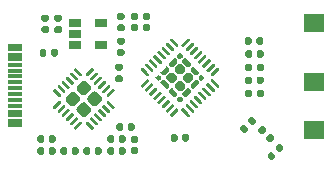
<source format=gbr>
%TF.GenerationSoftware,KiCad,Pcbnew,(5.1.6)-1*%
%TF.CreationDate,2020-09-21T22:35:42+08:00*%
%TF.ProjectId,Tiny-Hi3861,54696e79-2d48-4693-9338-36312e6b6963,V1.0*%
%TF.SameCoordinates,Original*%
%TF.FileFunction,Paste,Top*%
%TF.FilePolarity,Positive*%
%FSLAX46Y46*%
G04 Gerber Fmt 4.6, Leading zero omitted, Abs format (unit mm)*
G04 Created by KiCad (PCBNEW (5.1.6)-1) date 2020-09-21 22:35:42*
%MOMM*%
%LPD*%
G01*
G04 APERTURE LIST*
%ADD10C,0.100000*%
%ADD11R,1.798320X1.498600*%
%ADD12R,1.060000X0.650000*%
%ADD13R,1.150000X0.300000*%
G04 APERTURE END LIST*
D10*
%TO.C,U1*%
G36*
X175551052Y-97958466D02*
G01*
X175540808Y-97939301D01*
X175534500Y-97918505D01*
X175532370Y-97896878D01*
X175534500Y-97875251D01*
X175540808Y-97854455D01*
X175551052Y-97835290D01*
X175564839Y-97818491D01*
X175721613Y-97661717D01*
X175738412Y-97647930D01*
X175757577Y-97637686D01*
X175778373Y-97631378D01*
X175800000Y-97629248D01*
X175821627Y-97631378D01*
X175842423Y-97637686D01*
X175861588Y-97647930D01*
X175878387Y-97661717D01*
X176035161Y-97818491D01*
X176048948Y-97835290D01*
X176059192Y-97854455D01*
X176065500Y-97875251D01*
X176067630Y-97896878D01*
X176065500Y-97918505D01*
X176059192Y-97939301D01*
X176048948Y-97958466D01*
X176035161Y-97975265D01*
X175957109Y-98053318D01*
X175940310Y-98067104D01*
X175921144Y-98077349D01*
X175900348Y-98083656D01*
X175878721Y-98085787D01*
X175721279Y-98085787D01*
X175699652Y-98083656D01*
X175678856Y-98077349D01*
X175659690Y-98067104D01*
X175642891Y-98053318D01*
X175564839Y-97975265D01*
X175551052Y-97958466D01*
G37*
G36*
X173747930Y-99761588D02*
G01*
X173737686Y-99742423D01*
X173731378Y-99721627D01*
X173729248Y-99700000D01*
X173731378Y-99678373D01*
X173737686Y-99657577D01*
X173747930Y-99638412D01*
X173761717Y-99621613D01*
X173918491Y-99464839D01*
X173935290Y-99451052D01*
X173954455Y-99440808D01*
X173975251Y-99434500D01*
X173996878Y-99432370D01*
X174018505Y-99434500D01*
X174039301Y-99440808D01*
X174058466Y-99451052D01*
X174075265Y-99464839D01*
X174153318Y-99542891D01*
X174167104Y-99559690D01*
X174177349Y-99578856D01*
X174183656Y-99599652D01*
X174185787Y-99621279D01*
X174185787Y-99778721D01*
X174183656Y-99800348D01*
X174177349Y-99821144D01*
X174167104Y-99840310D01*
X174153318Y-99857109D01*
X174075265Y-99935161D01*
X174058466Y-99948948D01*
X174039301Y-99959192D01*
X174018505Y-99965500D01*
X173996878Y-99967630D01*
X173975251Y-99965500D01*
X173954455Y-99959192D01*
X173935290Y-99948948D01*
X173918491Y-99935161D01*
X173761717Y-99778387D01*
X173747930Y-99761588D01*
G37*
G36*
X177432896Y-99840310D02*
G01*
X177422651Y-99821144D01*
X177416344Y-99800348D01*
X177414213Y-99778721D01*
X177414213Y-99621279D01*
X177416344Y-99599652D01*
X177422651Y-99578856D01*
X177432896Y-99559690D01*
X177446682Y-99542891D01*
X177524735Y-99464839D01*
X177541534Y-99451052D01*
X177560699Y-99440808D01*
X177581495Y-99434500D01*
X177603122Y-99432370D01*
X177624749Y-99434500D01*
X177645545Y-99440808D01*
X177664710Y-99451052D01*
X177681509Y-99464839D01*
X177838283Y-99621613D01*
X177852070Y-99638412D01*
X177862314Y-99657577D01*
X177868622Y-99678373D01*
X177870752Y-99700000D01*
X177868622Y-99721627D01*
X177862314Y-99742423D01*
X177852070Y-99761588D01*
X177838283Y-99778387D01*
X177681509Y-99935161D01*
X177664710Y-99948948D01*
X177645545Y-99959192D01*
X177624749Y-99965500D01*
X177603122Y-99967630D01*
X177581495Y-99965500D01*
X177560699Y-99959192D01*
X177541534Y-99948948D01*
X177524735Y-99935161D01*
X177446682Y-99857109D01*
X177432896Y-99840310D01*
G37*
G36*
X175551052Y-101564710D02*
G01*
X175540808Y-101545545D01*
X175534500Y-101524749D01*
X175532370Y-101503122D01*
X175534500Y-101481495D01*
X175540808Y-101460699D01*
X175551052Y-101441534D01*
X175564839Y-101424735D01*
X175642891Y-101346682D01*
X175659690Y-101332896D01*
X175678856Y-101322651D01*
X175699652Y-101316344D01*
X175721279Y-101314213D01*
X175878721Y-101314213D01*
X175900348Y-101316344D01*
X175921144Y-101322651D01*
X175940310Y-101332896D01*
X175957109Y-101346682D01*
X176035161Y-101424735D01*
X176048948Y-101441534D01*
X176059192Y-101460699D01*
X176065500Y-101481495D01*
X176067630Y-101503122D01*
X176065500Y-101524749D01*
X176059192Y-101545545D01*
X176048948Y-101564710D01*
X176035161Y-101581509D01*
X175878387Y-101738283D01*
X175861588Y-101752070D01*
X175842423Y-101762314D01*
X175821627Y-101768622D01*
X175800000Y-101770752D01*
X175778373Y-101768622D01*
X175757577Y-101762314D01*
X175738412Y-101752070D01*
X175721613Y-101738283D01*
X175564839Y-101581509D01*
X175551052Y-101564710D01*
G37*
G36*
X176015811Y-98423686D02*
G01*
X176007141Y-98407467D01*
X176001803Y-98389869D01*
X176000000Y-98371568D01*
X176000000Y-98261662D01*
X176001803Y-98243361D01*
X176007141Y-98225763D01*
X176015811Y-98209544D01*
X176027476Y-98195329D01*
X176153404Y-98069401D01*
X176167620Y-98057735D01*
X176183839Y-98049065D01*
X176201437Y-98043727D01*
X176219738Y-98041924D01*
X176238039Y-98043727D01*
X176255637Y-98049065D01*
X176271856Y-98057735D01*
X176286072Y-98069401D01*
X176723492Y-98506821D01*
X176735158Y-98521037D01*
X176743828Y-98537256D01*
X176749166Y-98554854D01*
X176750969Y-98573155D01*
X176749166Y-98591456D01*
X176743828Y-98609054D01*
X176735158Y-98625273D01*
X176723492Y-98639489D01*
X176597564Y-98765417D01*
X176583349Y-98777082D01*
X176567130Y-98785752D01*
X176549532Y-98791090D01*
X176531231Y-98792893D01*
X176421325Y-98792893D01*
X176403024Y-98791090D01*
X176385426Y-98785752D01*
X176369207Y-98777082D01*
X176354991Y-98765417D01*
X176027476Y-98437902D01*
X176015811Y-98423686D01*
G37*
G36*
X176722918Y-99130793D02*
G01*
X176714248Y-99114574D01*
X176708910Y-99096976D01*
X176707107Y-99078675D01*
X176707107Y-98968769D01*
X176708910Y-98950468D01*
X176714248Y-98932870D01*
X176722918Y-98916651D01*
X176734583Y-98902436D01*
X176860511Y-98776508D01*
X176874727Y-98764842D01*
X176890946Y-98756172D01*
X176908544Y-98750834D01*
X176926845Y-98749031D01*
X176945146Y-98750834D01*
X176962744Y-98756172D01*
X176978963Y-98764842D01*
X176993179Y-98776508D01*
X177430599Y-99213928D01*
X177442265Y-99228144D01*
X177450935Y-99244363D01*
X177456273Y-99261961D01*
X177458076Y-99280262D01*
X177456273Y-99298563D01*
X177450935Y-99316161D01*
X177442265Y-99332380D01*
X177430599Y-99346596D01*
X177304671Y-99472524D01*
X177290456Y-99484189D01*
X177274237Y-99492859D01*
X177256639Y-99498197D01*
X177238338Y-99500000D01*
X177128432Y-99500000D01*
X177110131Y-99498197D01*
X177092533Y-99492859D01*
X177076314Y-99484189D01*
X177062098Y-99472524D01*
X176734583Y-99145009D01*
X176722918Y-99130793D01*
G37*
G36*
X174157735Y-100171856D02*
G01*
X174149065Y-100155637D01*
X174143727Y-100138039D01*
X174141924Y-100119738D01*
X174143727Y-100101437D01*
X174149065Y-100083839D01*
X174157735Y-100067620D01*
X174169401Y-100053404D01*
X174295329Y-99927476D01*
X174309544Y-99915811D01*
X174325763Y-99907141D01*
X174343361Y-99901803D01*
X174361662Y-99900000D01*
X174471568Y-99900000D01*
X174489869Y-99901803D01*
X174507467Y-99907141D01*
X174523686Y-99915811D01*
X174537902Y-99927476D01*
X174865417Y-100254991D01*
X174877082Y-100269207D01*
X174885752Y-100285426D01*
X174891090Y-100303024D01*
X174892893Y-100321325D01*
X174892893Y-100431231D01*
X174891090Y-100449532D01*
X174885752Y-100467130D01*
X174877082Y-100483349D01*
X174865417Y-100497564D01*
X174739489Y-100623492D01*
X174725273Y-100635158D01*
X174709054Y-100643828D01*
X174691456Y-100649166D01*
X174673155Y-100650969D01*
X174654854Y-100649166D01*
X174637256Y-100643828D01*
X174621037Y-100635158D01*
X174606821Y-100623492D01*
X174169401Y-100186072D01*
X174157735Y-100171856D01*
G37*
G36*
X174864842Y-100878963D02*
G01*
X174856172Y-100862744D01*
X174850834Y-100845146D01*
X174849031Y-100826845D01*
X174850834Y-100808544D01*
X174856172Y-100790946D01*
X174864842Y-100774727D01*
X174876508Y-100760511D01*
X175002436Y-100634583D01*
X175016651Y-100622918D01*
X175032870Y-100614248D01*
X175050468Y-100608910D01*
X175068769Y-100607107D01*
X175178675Y-100607107D01*
X175196976Y-100608910D01*
X175214574Y-100614248D01*
X175230793Y-100622918D01*
X175245009Y-100634583D01*
X175572524Y-100962098D01*
X175584189Y-100976314D01*
X175592859Y-100992533D01*
X175598197Y-101010131D01*
X175600000Y-101028432D01*
X175600000Y-101138338D01*
X175598197Y-101156639D01*
X175592859Y-101174237D01*
X175584189Y-101190456D01*
X175572524Y-101204671D01*
X175446596Y-101330599D01*
X175432380Y-101342265D01*
X175416161Y-101350935D01*
X175398563Y-101356273D01*
X175380262Y-101358076D01*
X175361961Y-101356273D01*
X175344363Y-101350935D01*
X175328144Y-101342265D01*
X175313928Y-101330599D01*
X174876508Y-100893179D01*
X174864842Y-100878963D01*
G37*
G36*
X174864842Y-98625273D02*
G01*
X174856172Y-98609054D01*
X174850834Y-98591456D01*
X174849031Y-98573155D01*
X174850834Y-98554854D01*
X174856172Y-98537256D01*
X174864842Y-98521037D01*
X174876508Y-98506821D01*
X175313928Y-98069401D01*
X175328144Y-98057735D01*
X175344363Y-98049065D01*
X175361961Y-98043727D01*
X175380262Y-98041924D01*
X175398563Y-98043727D01*
X175416161Y-98049065D01*
X175432380Y-98057735D01*
X175446596Y-98069401D01*
X175572524Y-98195329D01*
X175584189Y-98209544D01*
X175592859Y-98225763D01*
X175598197Y-98243361D01*
X175600000Y-98261662D01*
X175600000Y-98371568D01*
X175598197Y-98389869D01*
X175592859Y-98407467D01*
X175584189Y-98423686D01*
X175572524Y-98437902D01*
X175245009Y-98765417D01*
X175230793Y-98777082D01*
X175214574Y-98785752D01*
X175196976Y-98791090D01*
X175178675Y-98792893D01*
X175068769Y-98792893D01*
X175050468Y-98791090D01*
X175032870Y-98785752D01*
X175016651Y-98777082D01*
X175002436Y-98765417D01*
X174876508Y-98639489D01*
X174864842Y-98625273D01*
G37*
G36*
X174157735Y-99332380D02*
G01*
X174149065Y-99316161D01*
X174143727Y-99298563D01*
X174141924Y-99280262D01*
X174143727Y-99261961D01*
X174149065Y-99244363D01*
X174157735Y-99228144D01*
X174169401Y-99213928D01*
X174606821Y-98776508D01*
X174621037Y-98764842D01*
X174637256Y-98756172D01*
X174654854Y-98750834D01*
X174673155Y-98749031D01*
X174691456Y-98750834D01*
X174709054Y-98756172D01*
X174725273Y-98764842D01*
X174739489Y-98776508D01*
X174865417Y-98902436D01*
X174877082Y-98916651D01*
X174885752Y-98932870D01*
X174891090Y-98950468D01*
X174892893Y-98968769D01*
X174892893Y-99078675D01*
X174891090Y-99096976D01*
X174885752Y-99114574D01*
X174877082Y-99130793D01*
X174865417Y-99145009D01*
X174537902Y-99472524D01*
X174523686Y-99484189D01*
X174507467Y-99492859D01*
X174489869Y-99498197D01*
X174471568Y-99500000D01*
X174361662Y-99500000D01*
X174343361Y-99498197D01*
X174325763Y-99492859D01*
X174309544Y-99484189D01*
X174295329Y-99472524D01*
X174169401Y-99346596D01*
X174157735Y-99332380D01*
G37*
G36*
X176722918Y-100483349D02*
G01*
X176714248Y-100467130D01*
X176708910Y-100449532D01*
X176707107Y-100431231D01*
X176707107Y-100321325D01*
X176708910Y-100303024D01*
X176714248Y-100285426D01*
X176722918Y-100269207D01*
X176734583Y-100254991D01*
X177062098Y-99927476D01*
X177076314Y-99915811D01*
X177092533Y-99907141D01*
X177110131Y-99901803D01*
X177128432Y-99900000D01*
X177238338Y-99900000D01*
X177256639Y-99901803D01*
X177274237Y-99907141D01*
X177290456Y-99915811D01*
X177304671Y-99927476D01*
X177430599Y-100053404D01*
X177442265Y-100067620D01*
X177450935Y-100083839D01*
X177456273Y-100101437D01*
X177458076Y-100119738D01*
X177456273Y-100138039D01*
X177450935Y-100155637D01*
X177442265Y-100171856D01*
X177430599Y-100186072D01*
X176993179Y-100623492D01*
X176978963Y-100635158D01*
X176962744Y-100643828D01*
X176945146Y-100649166D01*
X176926845Y-100650969D01*
X176908544Y-100649166D01*
X176890946Y-100643828D01*
X176874727Y-100635158D01*
X176860511Y-100623492D01*
X176734583Y-100497564D01*
X176722918Y-100483349D01*
G37*
G36*
X176015811Y-101190456D02*
G01*
X176007141Y-101174237D01*
X176001803Y-101156639D01*
X176000000Y-101138338D01*
X176000000Y-101028432D01*
X176001803Y-101010131D01*
X176007141Y-100992533D01*
X176015811Y-100976314D01*
X176027476Y-100962098D01*
X176354991Y-100634583D01*
X176369207Y-100622918D01*
X176385426Y-100614248D01*
X176403024Y-100608910D01*
X176421325Y-100607107D01*
X176531231Y-100607107D01*
X176549532Y-100608910D01*
X176567130Y-100614248D01*
X176583349Y-100622918D01*
X176597564Y-100634583D01*
X176723492Y-100760511D01*
X176735158Y-100774727D01*
X176743828Y-100790946D01*
X176749166Y-100808544D01*
X176750969Y-100826845D01*
X176749166Y-100845146D01*
X176743828Y-100862744D01*
X176735158Y-100878963D01*
X176723492Y-100893179D01*
X176286072Y-101330599D01*
X176271856Y-101342265D01*
X176255637Y-101350935D01*
X176238039Y-101356273D01*
X176219738Y-101358076D01*
X176201437Y-101356273D01*
X176183839Y-101350935D01*
X176167620Y-101342265D01*
X176153404Y-101330599D01*
X176027476Y-101204671D01*
X176015811Y-101190456D01*
G37*
G36*
G01*
X176227566Y-99135415D02*
X175942522Y-99420460D01*
G75*
G02*
X175657478Y-99420460I-142522J142522D01*
G01*
X175372433Y-99135415D01*
G75*
G02*
X175372433Y-98850371I142522J142522D01*
G01*
X175657478Y-98565326D01*
G75*
G02*
X175942522Y-98565326I142522J-142522D01*
G01*
X176227567Y-98850371D01*
G75*
G02*
X176227567Y-99135415I-142522J-142522D01*
G01*
G37*
G36*
G01*
X175520459Y-99842522D02*
X175235415Y-100127567D01*
G75*
G02*
X174950371Y-100127567I-142522J142522D01*
G01*
X174665326Y-99842522D01*
G75*
G02*
X174665326Y-99557478I142522J142522D01*
G01*
X174950371Y-99272433D01*
G75*
G02*
X175235415Y-99272433I142522J-142522D01*
G01*
X175520460Y-99557478D01*
G75*
G02*
X175520460Y-99842522I-142522J-142522D01*
G01*
G37*
G36*
G01*
X176934673Y-99842522D02*
X176649629Y-100127567D01*
G75*
G02*
X176364585Y-100127567I-142522J142522D01*
G01*
X176079540Y-99842522D01*
G75*
G02*
X176079540Y-99557478I142522J142522D01*
G01*
X176364585Y-99272433D01*
G75*
G02*
X176649629Y-99272433I142522J-142522D01*
G01*
X176934674Y-99557478D01*
G75*
G02*
X176934674Y-99842522I-142522J-142522D01*
G01*
G37*
G36*
G01*
X176227566Y-100549629D02*
X175942522Y-100834674D01*
G75*
G02*
X175657478Y-100834674I-142522J142522D01*
G01*
X175372433Y-100549629D01*
G75*
G02*
X175372433Y-100264585I142522J142522D01*
G01*
X175657478Y-99979540D01*
G75*
G02*
X175942522Y-99979540I142522J-142522D01*
G01*
X176227567Y-100264585D01*
G75*
G02*
X176227567Y-100549629I-142522J-142522D01*
G01*
G37*
G36*
G01*
X175667417Y-102484233D02*
X175137087Y-103014563D01*
G75*
G02*
X175048699Y-103014563I-44194J44194D01*
G01*
X174960311Y-102926175D01*
G75*
G02*
X174960311Y-102837787I44194J44194D01*
G01*
X175490641Y-102307457D01*
G75*
G02*
X175579029Y-102307457I44194J-44194D01*
G01*
X175667417Y-102395845D01*
G75*
G02*
X175667417Y-102484233I-44194J-44194D01*
G01*
G37*
G36*
G01*
X175313864Y-102130679D02*
X174783534Y-102661009D01*
G75*
G02*
X174695146Y-102661009I-44194J44194D01*
G01*
X174606758Y-102572621D01*
G75*
G02*
X174606758Y-102484233I44194J44194D01*
G01*
X175137088Y-101953903D01*
G75*
G02*
X175225476Y-101953903I44194J-44194D01*
G01*
X175313864Y-102042291D01*
G75*
G02*
X175313864Y-102130679I-44194J-44194D01*
G01*
G37*
G36*
G01*
X174960310Y-101777126D02*
X174429980Y-102307456D01*
G75*
G02*
X174341592Y-102307456I-44194J44194D01*
G01*
X174253204Y-102219068D01*
G75*
G02*
X174253204Y-102130680I44194J44194D01*
G01*
X174783534Y-101600350D01*
G75*
G02*
X174871922Y-101600350I44194J-44194D01*
G01*
X174960310Y-101688738D01*
G75*
G02*
X174960310Y-101777126I-44194J-44194D01*
G01*
G37*
G36*
G01*
X174606757Y-101423572D02*
X174076427Y-101953902D01*
G75*
G02*
X173988039Y-101953902I-44194J44194D01*
G01*
X173899651Y-101865514D01*
G75*
G02*
X173899651Y-101777126I44194J44194D01*
G01*
X174429981Y-101246796D01*
G75*
G02*
X174518369Y-101246796I44194J-44194D01*
G01*
X174606757Y-101335184D01*
G75*
G02*
X174606757Y-101423572I-44194J-44194D01*
G01*
G37*
G36*
G01*
X174253204Y-101070019D02*
X173722874Y-101600349D01*
G75*
G02*
X173634486Y-101600349I-44194J44194D01*
G01*
X173546098Y-101511961D01*
G75*
G02*
X173546098Y-101423573I44194J44194D01*
G01*
X174076428Y-100893243D01*
G75*
G02*
X174164816Y-100893243I44194J-44194D01*
G01*
X174253204Y-100981631D01*
G75*
G02*
X174253204Y-101070019I-44194J-44194D01*
G01*
G37*
G36*
G01*
X173899650Y-100716466D02*
X173369320Y-101246796D01*
G75*
G02*
X173280932Y-101246796I-44194J44194D01*
G01*
X173192544Y-101158408D01*
G75*
G02*
X173192544Y-101070020I44194J44194D01*
G01*
X173722874Y-100539690D01*
G75*
G02*
X173811262Y-100539690I44194J-44194D01*
G01*
X173899650Y-100628078D01*
G75*
G02*
X173899650Y-100716466I-44194J-44194D01*
G01*
G37*
G36*
G01*
X173546097Y-100362912D02*
X173015767Y-100893242D01*
G75*
G02*
X172927379Y-100893242I-44194J44194D01*
G01*
X172838991Y-100804854D01*
G75*
G02*
X172838991Y-100716466I44194J44194D01*
G01*
X173369321Y-100186136D01*
G75*
G02*
X173457709Y-100186136I44194J-44194D01*
G01*
X173546097Y-100274524D01*
G75*
G02*
X173546097Y-100362912I-44194J-44194D01*
G01*
G37*
G36*
G01*
X173192543Y-100009359D02*
X172662213Y-100539689D01*
G75*
G02*
X172573825Y-100539689I-44194J44194D01*
G01*
X172485437Y-100451301D01*
G75*
G02*
X172485437Y-100362913I44194J44194D01*
G01*
X173015767Y-99832583D01*
G75*
G02*
X173104155Y-99832583I44194J-44194D01*
G01*
X173192543Y-99920971D01*
G75*
G02*
X173192543Y-100009359I-44194J-44194D01*
G01*
G37*
G36*
G01*
X173192543Y-99479029D02*
X173104155Y-99567417D01*
G75*
G02*
X173015767Y-99567417I-44194J44194D01*
G01*
X172485437Y-99037087D01*
G75*
G02*
X172485437Y-98948699I44194J44194D01*
G01*
X172573825Y-98860311D01*
G75*
G02*
X172662213Y-98860311I44194J-44194D01*
G01*
X173192543Y-99390641D01*
G75*
G02*
X173192543Y-99479029I-44194J-44194D01*
G01*
G37*
G36*
G01*
X173546097Y-99125476D02*
X173457709Y-99213864D01*
G75*
G02*
X173369321Y-99213864I-44194J44194D01*
G01*
X172838991Y-98683534D01*
G75*
G02*
X172838991Y-98595146I44194J44194D01*
G01*
X172927379Y-98506758D01*
G75*
G02*
X173015767Y-98506758I44194J-44194D01*
G01*
X173546097Y-99037088D01*
G75*
G02*
X173546097Y-99125476I-44194J-44194D01*
G01*
G37*
G36*
G01*
X173899650Y-98771922D02*
X173811262Y-98860310D01*
G75*
G02*
X173722874Y-98860310I-44194J44194D01*
G01*
X173192544Y-98329980D01*
G75*
G02*
X173192544Y-98241592I44194J44194D01*
G01*
X173280932Y-98153204D01*
G75*
G02*
X173369320Y-98153204I44194J-44194D01*
G01*
X173899650Y-98683534D01*
G75*
G02*
X173899650Y-98771922I-44194J-44194D01*
G01*
G37*
G36*
G01*
X174253204Y-98418369D02*
X174164816Y-98506757D01*
G75*
G02*
X174076428Y-98506757I-44194J44194D01*
G01*
X173546098Y-97976427D01*
G75*
G02*
X173546098Y-97888039I44194J44194D01*
G01*
X173634486Y-97799651D01*
G75*
G02*
X173722874Y-97799651I44194J-44194D01*
G01*
X174253204Y-98329981D01*
G75*
G02*
X174253204Y-98418369I-44194J-44194D01*
G01*
G37*
G36*
G01*
X174606757Y-98064816D02*
X174518369Y-98153204D01*
G75*
G02*
X174429981Y-98153204I-44194J44194D01*
G01*
X173899651Y-97622874D01*
G75*
G02*
X173899651Y-97534486I44194J44194D01*
G01*
X173988039Y-97446098D01*
G75*
G02*
X174076427Y-97446098I44194J-44194D01*
G01*
X174606757Y-97976428D01*
G75*
G02*
X174606757Y-98064816I-44194J-44194D01*
G01*
G37*
G36*
G01*
X174960310Y-97711262D02*
X174871922Y-97799650D01*
G75*
G02*
X174783534Y-97799650I-44194J44194D01*
G01*
X174253204Y-97269320D01*
G75*
G02*
X174253204Y-97180932I44194J44194D01*
G01*
X174341592Y-97092544D01*
G75*
G02*
X174429980Y-97092544I44194J-44194D01*
G01*
X174960310Y-97622874D01*
G75*
G02*
X174960310Y-97711262I-44194J-44194D01*
G01*
G37*
G36*
G01*
X175313864Y-97357709D02*
X175225476Y-97446097D01*
G75*
G02*
X175137088Y-97446097I-44194J44194D01*
G01*
X174606758Y-96915767D01*
G75*
G02*
X174606758Y-96827379I44194J44194D01*
G01*
X174695146Y-96738991D01*
G75*
G02*
X174783534Y-96738991I44194J-44194D01*
G01*
X175313864Y-97269321D01*
G75*
G02*
X175313864Y-97357709I-44194J-44194D01*
G01*
G37*
G36*
G01*
X175667417Y-97004155D02*
X175579029Y-97092543D01*
G75*
G02*
X175490641Y-97092543I-44194J44194D01*
G01*
X174960311Y-96562213D01*
G75*
G02*
X174960311Y-96473825I44194J44194D01*
G01*
X175048699Y-96385437D01*
G75*
G02*
X175137087Y-96385437I44194J-44194D01*
G01*
X175667417Y-96915767D01*
G75*
G02*
X175667417Y-97004155I-44194J-44194D01*
G01*
G37*
G36*
G01*
X176639689Y-96562213D02*
X176109359Y-97092543D01*
G75*
G02*
X176020971Y-97092543I-44194J44194D01*
G01*
X175932583Y-97004155D01*
G75*
G02*
X175932583Y-96915767I44194J44194D01*
G01*
X176462913Y-96385437D01*
G75*
G02*
X176551301Y-96385437I44194J-44194D01*
G01*
X176639689Y-96473825D01*
G75*
G02*
X176639689Y-96562213I-44194J-44194D01*
G01*
G37*
G36*
G01*
X176993242Y-96915767D02*
X176462912Y-97446097D01*
G75*
G02*
X176374524Y-97446097I-44194J44194D01*
G01*
X176286136Y-97357709D01*
G75*
G02*
X176286136Y-97269321I44194J44194D01*
G01*
X176816466Y-96738991D01*
G75*
G02*
X176904854Y-96738991I44194J-44194D01*
G01*
X176993242Y-96827379D01*
G75*
G02*
X176993242Y-96915767I-44194J-44194D01*
G01*
G37*
G36*
G01*
X177346796Y-97269320D02*
X176816466Y-97799650D01*
G75*
G02*
X176728078Y-97799650I-44194J44194D01*
G01*
X176639690Y-97711262D01*
G75*
G02*
X176639690Y-97622874I44194J44194D01*
G01*
X177170020Y-97092544D01*
G75*
G02*
X177258408Y-97092544I44194J-44194D01*
G01*
X177346796Y-97180932D01*
G75*
G02*
X177346796Y-97269320I-44194J-44194D01*
G01*
G37*
G36*
G01*
X177700349Y-97622874D02*
X177170019Y-98153204D01*
G75*
G02*
X177081631Y-98153204I-44194J44194D01*
G01*
X176993243Y-98064816D01*
G75*
G02*
X176993243Y-97976428I44194J44194D01*
G01*
X177523573Y-97446098D01*
G75*
G02*
X177611961Y-97446098I44194J-44194D01*
G01*
X177700349Y-97534486D01*
G75*
G02*
X177700349Y-97622874I-44194J-44194D01*
G01*
G37*
G36*
G01*
X178053902Y-97976427D02*
X177523572Y-98506757D01*
G75*
G02*
X177435184Y-98506757I-44194J44194D01*
G01*
X177346796Y-98418369D01*
G75*
G02*
X177346796Y-98329981I44194J44194D01*
G01*
X177877126Y-97799651D01*
G75*
G02*
X177965514Y-97799651I44194J-44194D01*
G01*
X178053902Y-97888039D01*
G75*
G02*
X178053902Y-97976427I-44194J-44194D01*
G01*
G37*
G36*
G01*
X178407456Y-98329980D02*
X177877126Y-98860310D01*
G75*
G02*
X177788738Y-98860310I-44194J44194D01*
G01*
X177700350Y-98771922D01*
G75*
G02*
X177700350Y-98683534I44194J44194D01*
G01*
X178230680Y-98153204D01*
G75*
G02*
X178319068Y-98153204I44194J-44194D01*
G01*
X178407456Y-98241592D01*
G75*
G02*
X178407456Y-98329980I-44194J-44194D01*
G01*
G37*
G36*
G01*
X178761009Y-98683534D02*
X178230679Y-99213864D01*
G75*
G02*
X178142291Y-99213864I-44194J44194D01*
G01*
X178053903Y-99125476D01*
G75*
G02*
X178053903Y-99037088I44194J44194D01*
G01*
X178584233Y-98506758D01*
G75*
G02*
X178672621Y-98506758I44194J-44194D01*
G01*
X178761009Y-98595146D01*
G75*
G02*
X178761009Y-98683534I-44194J-44194D01*
G01*
G37*
G36*
G01*
X179114563Y-99037087D02*
X178584233Y-99567417D01*
G75*
G02*
X178495845Y-99567417I-44194J44194D01*
G01*
X178407457Y-99479029D01*
G75*
G02*
X178407457Y-99390641I44194J44194D01*
G01*
X178937787Y-98860311D01*
G75*
G02*
X179026175Y-98860311I44194J-44194D01*
G01*
X179114563Y-98948699D01*
G75*
G02*
X179114563Y-99037087I-44194J-44194D01*
G01*
G37*
G36*
G01*
X179114563Y-100451301D02*
X179026175Y-100539689D01*
G75*
G02*
X178937787Y-100539689I-44194J44194D01*
G01*
X178407457Y-100009359D01*
G75*
G02*
X178407457Y-99920971I44194J44194D01*
G01*
X178495845Y-99832583D01*
G75*
G02*
X178584233Y-99832583I44194J-44194D01*
G01*
X179114563Y-100362913D01*
G75*
G02*
X179114563Y-100451301I-44194J-44194D01*
G01*
G37*
G36*
G01*
X178761009Y-100804854D02*
X178672621Y-100893242D01*
G75*
G02*
X178584233Y-100893242I-44194J44194D01*
G01*
X178053903Y-100362912D01*
G75*
G02*
X178053903Y-100274524I44194J44194D01*
G01*
X178142291Y-100186136D01*
G75*
G02*
X178230679Y-100186136I44194J-44194D01*
G01*
X178761009Y-100716466D01*
G75*
G02*
X178761009Y-100804854I-44194J-44194D01*
G01*
G37*
G36*
G01*
X178407456Y-101158408D02*
X178319068Y-101246796D01*
G75*
G02*
X178230680Y-101246796I-44194J44194D01*
G01*
X177700350Y-100716466D01*
G75*
G02*
X177700350Y-100628078I44194J44194D01*
G01*
X177788738Y-100539690D01*
G75*
G02*
X177877126Y-100539690I44194J-44194D01*
G01*
X178407456Y-101070020D01*
G75*
G02*
X178407456Y-101158408I-44194J-44194D01*
G01*
G37*
G36*
G01*
X178053902Y-101511961D02*
X177965514Y-101600349D01*
G75*
G02*
X177877126Y-101600349I-44194J44194D01*
G01*
X177346796Y-101070019D01*
G75*
G02*
X177346796Y-100981631I44194J44194D01*
G01*
X177435184Y-100893243D01*
G75*
G02*
X177523572Y-100893243I44194J-44194D01*
G01*
X178053902Y-101423573D01*
G75*
G02*
X178053902Y-101511961I-44194J-44194D01*
G01*
G37*
G36*
G01*
X177700349Y-101865514D02*
X177611961Y-101953902D01*
G75*
G02*
X177523573Y-101953902I-44194J44194D01*
G01*
X176993243Y-101423572D01*
G75*
G02*
X176993243Y-101335184I44194J44194D01*
G01*
X177081631Y-101246796D01*
G75*
G02*
X177170019Y-101246796I44194J-44194D01*
G01*
X177700349Y-101777126D01*
G75*
G02*
X177700349Y-101865514I-44194J-44194D01*
G01*
G37*
G36*
G01*
X177346796Y-102219068D02*
X177258408Y-102307456D01*
G75*
G02*
X177170020Y-102307456I-44194J44194D01*
G01*
X176639690Y-101777126D01*
G75*
G02*
X176639690Y-101688738I44194J44194D01*
G01*
X176728078Y-101600350D01*
G75*
G02*
X176816466Y-101600350I44194J-44194D01*
G01*
X177346796Y-102130680D01*
G75*
G02*
X177346796Y-102219068I-44194J-44194D01*
G01*
G37*
G36*
G01*
X176993242Y-102572621D02*
X176904854Y-102661009D01*
G75*
G02*
X176816466Y-102661009I-44194J44194D01*
G01*
X176286136Y-102130679D01*
G75*
G02*
X176286136Y-102042291I44194J44194D01*
G01*
X176374524Y-101953903D01*
G75*
G02*
X176462912Y-101953903I44194J-44194D01*
G01*
X176993242Y-102484233D01*
G75*
G02*
X176993242Y-102572621I-44194J-44194D01*
G01*
G37*
G36*
G01*
X176639689Y-102926175D02*
X176551301Y-103014563D01*
G75*
G02*
X176462913Y-103014563I-44194J44194D01*
G01*
X175932583Y-102484233D01*
G75*
G02*
X175932583Y-102395845I44194J44194D01*
G01*
X176020971Y-102307457D01*
G75*
G02*
X176109359Y-102307457I44194J-44194D01*
G01*
X176639689Y-102837787D01*
G75*
G02*
X176639689Y-102926175I-44194J-44194D01*
G01*
G37*
%TD*%
D11*
%TO.C,E1*%
X187130000Y-100100000D03*
X187130000Y-104098340D03*
X187130000Y-95101660D03*
%TD*%
%TO.C,C13*%
G36*
G01*
X171785500Y-105590000D02*
X172130500Y-105590000D01*
G75*
G02*
X172278000Y-105737500I0J-147500D01*
G01*
X172278000Y-106032500D01*
G75*
G02*
X172130500Y-106180000I-147500J0D01*
G01*
X171785500Y-106180000D01*
G75*
G02*
X171638000Y-106032500I0J147500D01*
G01*
X171638000Y-105737500D01*
G75*
G02*
X171785500Y-105590000I147500J0D01*
G01*
G37*
G36*
G01*
X171785500Y-104620000D02*
X172130500Y-104620000D01*
G75*
G02*
X172278000Y-104767500I0J-147500D01*
G01*
X172278000Y-105062500D01*
G75*
G02*
X172130500Y-105210000I-147500J0D01*
G01*
X171785500Y-105210000D01*
G75*
G02*
X171638000Y-105062500I0J147500D01*
G01*
X171638000Y-104767500D01*
G75*
G02*
X171785500Y-104620000I147500J0D01*
G01*
G37*
%TD*%
%TO.C,R8*%
G36*
G01*
X172801500Y-95186000D02*
X173146500Y-95186000D01*
G75*
G02*
X173294000Y-95333500I0J-147500D01*
G01*
X173294000Y-95628500D01*
G75*
G02*
X173146500Y-95776000I-147500J0D01*
G01*
X172801500Y-95776000D01*
G75*
G02*
X172654000Y-95628500I0J147500D01*
G01*
X172654000Y-95333500D01*
G75*
G02*
X172801500Y-95186000I147500J0D01*
G01*
G37*
G36*
G01*
X172801500Y-94216000D02*
X173146500Y-94216000D01*
G75*
G02*
X173294000Y-94363500I0J-147500D01*
G01*
X173294000Y-94658500D01*
G75*
G02*
X173146500Y-94806000I-147500J0D01*
G01*
X172801500Y-94806000D01*
G75*
G02*
X172654000Y-94658500I0J147500D01*
G01*
X172654000Y-94363500D01*
G75*
G02*
X172801500Y-94216000I147500J0D01*
G01*
G37*
%TD*%
%TO.C,C20*%
G36*
G01*
X181930000Y-100867500D02*
X181930000Y-101212500D01*
G75*
G02*
X181782500Y-101360000I-147500J0D01*
G01*
X181487500Y-101360000D01*
G75*
G02*
X181340000Y-101212500I0J147500D01*
G01*
X181340000Y-100867500D01*
G75*
G02*
X181487500Y-100720000I147500J0D01*
G01*
X181782500Y-100720000D01*
G75*
G02*
X181930000Y-100867500I0J-147500D01*
G01*
G37*
G36*
G01*
X182900000Y-100867500D02*
X182900000Y-101212500D01*
G75*
G02*
X182752500Y-101360000I-147500J0D01*
G01*
X182457500Y-101360000D01*
G75*
G02*
X182310000Y-101212500I0J147500D01*
G01*
X182310000Y-100867500D01*
G75*
G02*
X182457500Y-100720000I147500J0D01*
G01*
X182752500Y-100720000D01*
G75*
G02*
X182900000Y-100867500I0J-147500D01*
G01*
G37*
%TD*%
%TO.C,C19*%
G36*
G01*
X182300000Y-99012500D02*
X182300000Y-98667500D01*
G75*
G02*
X182447500Y-98520000I147500J0D01*
G01*
X182742500Y-98520000D01*
G75*
G02*
X182890000Y-98667500I0J-147500D01*
G01*
X182890000Y-99012500D01*
G75*
G02*
X182742500Y-99160000I-147500J0D01*
G01*
X182447500Y-99160000D01*
G75*
G02*
X182300000Y-99012500I0J147500D01*
G01*
G37*
G36*
G01*
X181330000Y-99012500D02*
X181330000Y-98667500D01*
G75*
G02*
X181477500Y-98520000I147500J0D01*
G01*
X181772500Y-98520000D01*
G75*
G02*
X181920000Y-98667500I0J-147500D01*
G01*
X181920000Y-99012500D01*
G75*
G02*
X181772500Y-99160000I-147500J0D01*
G01*
X181477500Y-99160000D01*
G75*
G02*
X181330000Y-99012500I0J147500D01*
G01*
G37*
%TD*%
%TO.C,C18*%
G36*
G01*
X182310000Y-97862500D02*
X182310000Y-97517500D01*
G75*
G02*
X182457500Y-97370000I147500J0D01*
G01*
X182752500Y-97370000D01*
G75*
G02*
X182900000Y-97517500I0J-147500D01*
G01*
X182900000Y-97862500D01*
G75*
G02*
X182752500Y-98010000I-147500J0D01*
G01*
X182457500Y-98010000D01*
G75*
G02*
X182310000Y-97862500I0J147500D01*
G01*
G37*
G36*
G01*
X181340000Y-97862500D02*
X181340000Y-97517500D01*
G75*
G02*
X181487500Y-97370000I147500J0D01*
G01*
X181782500Y-97370000D01*
G75*
G02*
X181930000Y-97517500I0J-147500D01*
G01*
X181930000Y-97862500D01*
G75*
G02*
X181782500Y-98010000I-147500J0D01*
G01*
X181487500Y-98010000D01*
G75*
G02*
X181340000Y-97862500I0J147500D01*
G01*
G37*
%TD*%
%TO.C,C17*%
G36*
G01*
X181920000Y-99757500D02*
X181920000Y-100102500D01*
G75*
G02*
X181772500Y-100250000I-147500J0D01*
G01*
X181477500Y-100250000D01*
G75*
G02*
X181330000Y-100102500I0J147500D01*
G01*
X181330000Y-99757500D01*
G75*
G02*
X181477500Y-99610000I147500J0D01*
G01*
X181772500Y-99610000D01*
G75*
G02*
X181920000Y-99757500I0J-147500D01*
G01*
G37*
G36*
G01*
X182890000Y-99757500D02*
X182890000Y-100102500D01*
G75*
G02*
X182742500Y-100250000I-147500J0D01*
G01*
X182447500Y-100250000D01*
G75*
G02*
X182300000Y-100102500I0J147500D01*
G01*
X182300000Y-99757500D01*
G75*
G02*
X182447500Y-99610000I147500J0D01*
G01*
X182742500Y-99610000D01*
G75*
G02*
X182890000Y-99757500I0J-147500D01*
G01*
G37*
%TD*%
%TO.C,D2*%
G36*
G01*
X172130500Y-94806000D02*
X171785500Y-94806000D01*
G75*
G02*
X171638000Y-94658500I0J147500D01*
G01*
X171638000Y-94363500D01*
G75*
G02*
X171785500Y-94216000I147500J0D01*
G01*
X172130500Y-94216000D01*
G75*
G02*
X172278000Y-94363500I0J-147500D01*
G01*
X172278000Y-94658500D01*
G75*
G02*
X172130500Y-94806000I-147500J0D01*
G01*
G37*
G36*
G01*
X172130500Y-95776000D02*
X171785500Y-95776000D01*
G75*
G02*
X171638000Y-95628500I0J147500D01*
G01*
X171638000Y-95333500D01*
G75*
G02*
X171785500Y-95186000I147500J0D01*
G01*
X172130500Y-95186000D01*
G75*
G02*
X172278000Y-95333500I0J-147500D01*
G01*
X172278000Y-95628500D01*
G75*
G02*
X172130500Y-95776000I-147500J0D01*
G01*
G37*
%TD*%
%TO.C,PWR1*%
G36*
G01*
X164572500Y-94960000D02*
X164227500Y-94960000D01*
G75*
G02*
X164080000Y-94812500I0J147500D01*
G01*
X164080000Y-94517500D01*
G75*
G02*
X164227500Y-94370000I147500J0D01*
G01*
X164572500Y-94370000D01*
G75*
G02*
X164720000Y-94517500I0J-147500D01*
G01*
X164720000Y-94812500D01*
G75*
G02*
X164572500Y-94960000I-147500J0D01*
G01*
G37*
G36*
G01*
X164572500Y-95930000D02*
X164227500Y-95930000D01*
G75*
G02*
X164080000Y-95782500I0J147500D01*
G01*
X164080000Y-95487500D01*
G75*
G02*
X164227500Y-95340000I147500J0D01*
G01*
X164572500Y-95340000D01*
G75*
G02*
X164720000Y-95487500I0J-147500D01*
G01*
X164720000Y-95782500D01*
G75*
G02*
X164572500Y-95930000I-147500J0D01*
G01*
G37*
%TD*%
%TO.C,L2*%
G36*
G01*
X183087625Y-104243674D02*
X182843673Y-104487625D01*
G75*
G02*
X182635077Y-104487625I-104298J104298D01*
G01*
X182426481Y-104279029D01*
G75*
G02*
X182426481Y-104070433I104298J104298D01*
G01*
X182670433Y-103826481D01*
G75*
G02*
X182879029Y-103826481I104298J-104298D01*
G01*
X183087625Y-104035077D01*
G75*
G02*
X183087625Y-104243673I-104298J-104298D01*
G01*
G37*
G36*
G01*
X183773519Y-104929568D02*
X183529567Y-105173519D01*
G75*
G02*
X183320971Y-105173519I-104298J104298D01*
G01*
X183112375Y-104964923D01*
G75*
G02*
X183112375Y-104756327I104298J104298D01*
G01*
X183356327Y-104512375D01*
G75*
G02*
X183564923Y-104512375I104298J-104298D01*
G01*
X183773519Y-104720971D01*
G75*
G02*
X183773519Y-104929567I-104298J-104298D01*
G01*
G37*
%TD*%
%TO.C,C16*%
G36*
G01*
X181343674Y-103712375D02*
X181587625Y-103956327D01*
G75*
G02*
X181587625Y-104164923I-104298J-104298D01*
G01*
X181379029Y-104373519D01*
G75*
G02*
X181170433Y-104373519I-104298J104298D01*
G01*
X180926481Y-104129567D01*
G75*
G02*
X180926481Y-103920971I104298J104298D01*
G01*
X181135077Y-103712375D01*
G75*
G02*
X181343673Y-103712375I104298J-104298D01*
G01*
G37*
G36*
G01*
X182029568Y-103026481D02*
X182273519Y-103270433D01*
G75*
G02*
X182273519Y-103479029I-104298J-104298D01*
G01*
X182064923Y-103687625D01*
G75*
G02*
X181856327Y-103687625I-104298J104298D01*
G01*
X181612375Y-103443673D01*
G75*
G02*
X181612375Y-103235077I104298J104298D01*
G01*
X181820971Y-103026481D01*
G75*
G02*
X182029567Y-103026481I104298J-104298D01*
G01*
G37*
%TD*%
%TO.C,C15*%
G36*
G01*
X183643674Y-106012375D02*
X183887625Y-106256327D01*
G75*
G02*
X183887625Y-106464923I-104298J-104298D01*
G01*
X183679029Y-106673519D01*
G75*
G02*
X183470433Y-106673519I-104298J104298D01*
G01*
X183226481Y-106429567D01*
G75*
G02*
X183226481Y-106220971I104298J104298D01*
G01*
X183435077Y-106012375D01*
G75*
G02*
X183643673Y-106012375I104298J-104298D01*
G01*
G37*
G36*
G01*
X184329568Y-105326481D02*
X184573519Y-105570433D01*
G75*
G02*
X184573519Y-105779029I-104298J-104298D01*
G01*
X184364923Y-105987625D01*
G75*
G02*
X184156327Y-105987625I-104298J104298D01*
G01*
X183912375Y-105743673D01*
G75*
G02*
X183912375Y-105535077I104298J104298D01*
G01*
X184120971Y-105326481D01*
G75*
G02*
X184329567Y-105326481I104298J-104298D01*
G01*
G37*
%TD*%
%TO.C,U3*%
G36*
G01*
X168423224Y-102065686D02*
X168034314Y-101676776D01*
G75*
G02*
X168034314Y-101323224I176776J176776D01*
G01*
X168423224Y-100934314D01*
G75*
G02*
X168776776Y-100934314I176776J-176776D01*
G01*
X169165686Y-101323224D01*
G75*
G02*
X169165686Y-101676776I-176776J-176776D01*
G01*
X168776776Y-102065686D01*
G75*
G02*
X168423224Y-102065686I-176776J176776D01*
G01*
G37*
G36*
G01*
X167503985Y-101146447D02*
X167115075Y-100757537D01*
G75*
G02*
X167115075Y-100403985I176776J176776D01*
G01*
X167503985Y-100015075D01*
G75*
G02*
X167857537Y-100015075I176776J-176776D01*
G01*
X168246447Y-100403985D01*
G75*
G02*
X168246447Y-100757537I-176776J-176776D01*
G01*
X167857537Y-101146447D01*
G75*
G02*
X167503985Y-101146447I-176776J176776D01*
G01*
G37*
G36*
G01*
X167503985Y-102984925D02*
X167115075Y-102596015D01*
G75*
G02*
X167115075Y-102242463I176776J176776D01*
G01*
X167503985Y-101853553D01*
G75*
G02*
X167857537Y-101853553I176776J-176776D01*
G01*
X168246447Y-102242463D01*
G75*
G02*
X168246447Y-102596015I-176776J-176776D01*
G01*
X167857537Y-102984925D01*
G75*
G02*
X167503985Y-102984925I-176776J176776D01*
G01*
G37*
G36*
G01*
X166584746Y-102065686D02*
X166195836Y-101676776D01*
G75*
G02*
X166195836Y-101323224I176776J176776D01*
G01*
X166584746Y-100934314D01*
G75*
G02*
X166938298Y-100934314I176776J-176776D01*
G01*
X167327208Y-101323224D01*
G75*
G02*
X167327208Y-101676776I-176776J-176776D01*
G01*
X166938298Y-102065686D01*
G75*
G02*
X166584746Y-102065686I-176776J176776D01*
G01*
G37*
G36*
G01*
X165585957Y-101349740D02*
X165090982Y-100854765D01*
G75*
G02*
X165090982Y-100766377I44194J44194D01*
G01*
X165179371Y-100677988D01*
G75*
G02*
X165267759Y-100677988I44194J-44194D01*
G01*
X165762734Y-101172963D01*
G75*
G02*
X165762734Y-101261351I-44194J-44194D01*
G01*
X165674345Y-101349740D01*
G75*
G02*
X165585957Y-101349740I-44194J44194D01*
G01*
G37*
G36*
G01*
X165939511Y-100996187D02*
X165444536Y-100501212D01*
G75*
G02*
X165444536Y-100412824I44194J44194D01*
G01*
X165532925Y-100324435D01*
G75*
G02*
X165621313Y-100324435I44194J-44194D01*
G01*
X166116288Y-100819410D01*
G75*
G02*
X166116288Y-100907798I-44194J-44194D01*
G01*
X166027899Y-100996187D01*
G75*
G02*
X165939511Y-100996187I-44194J44194D01*
G01*
G37*
G36*
G01*
X166293064Y-100642633D02*
X165798089Y-100147658D01*
G75*
G02*
X165798089Y-100059270I44194J44194D01*
G01*
X165886478Y-99970881D01*
G75*
G02*
X165974866Y-99970881I44194J-44194D01*
G01*
X166469841Y-100465856D01*
G75*
G02*
X166469841Y-100554244I-44194J-44194D01*
G01*
X166381452Y-100642633D01*
G75*
G02*
X166293064Y-100642633I-44194J44194D01*
G01*
G37*
G36*
G01*
X166646617Y-100289080D02*
X166151642Y-99794105D01*
G75*
G02*
X166151642Y-99705717I44194J44194D01*
G01*
X166240031Y-99617328D01*
G75*
G02*
X166328419Y-99617328I44194J-44194D01*
G01*
X166823394Y-100112303D01*
G75*
G02*
X166823394Y-100200691I-44194J-44194D01*
G01*
X166735005Y-100289080D01*
G75*
G02*
X166646617Y-100289080I-44194J44194D01*
G01*
G37*
G36*
G01*
X167000171Y-99935527D02*
X166505196Y-99440552D01*
G75*
G02*
X166505196Y-99352164I44194J44194D01*
G01*
X166593585Y-99263775D01*
G75*
G02*
X166681973Y-99263775I44194J-44194D01*
G01*
X167176948Y-99758750D01*
G75*
G02*
X167176948Y-99847138I-44194J-44194D01*
G01*
X167088559Y-99935527D01*
G75*
G02*
X167000171Y-99935527I-44194J44194D01*
G01*
G37*
G36*
G01*
X167353724Y-99581973D02*
X166858749Y-99086998D01*
G75*
G02*
X166858749Y-98998610I44194J44194D01*
G01*
X166947138Y-98910221D01*
G75*
G02*
X167035526Y-98910221I44194J-44194D01*
G01*
X167530501Y-99405196D01*
G75*
G02*
X167530501Y-99493584I-44194J-44194D01*
G01*
X167442112Y-99581973D01*
G75*
G02*
X167353724Y-99581973I-44194J44194D01*
G01*
G37*
G36*
G01*
X167919410Y-99581973D02*
X167831021Y-99493584D01*
G75*
G02*
X167831021Y-99405196I44194J44194D01*
G01*
X168325996Y-98910221D01*
G75*
G02*
X168414384Y-98910221I44194J-44194D01*
G01*
X168502773Y-98998610D01*
G75*
G02*
X168502773Y-99086998I-44194J-44194D01*
G01*
X168007798Y-99581973D01*
G75*
G02*
X167919410Y-99581973I-44194J44194D01*
G01*
G37*
G36*
G01*
X168272963Y-99935527D02*
X168184574Y-99847138D01*
G75*
G02*
X168184574Y-99758750I44194J44194D01*
G01*
X168679549Y-99263775D01*
G75*
G02*
X168767937Y-99263775I44194J-44194D01*
G01*
X168856326Y-99352164D01*
G75*
G02*
X168856326Y-99440552I-44194J-44194D01*
G01*
X168361351Y-99935527D01*
G75*
G02*
X168272963Y-99935527I-44194J44194D01*
G01*
G37*
G36*
G01*
X168626517Y-100289080D02*
X168538128Y-100200691D01*
G75*
G02*
X168538128Y-100112303I44194J44194D01*
G01*
X169033103Y-99617328D01*
G75*
G02*
X169121491Y-99617328I44194J-44194D01*
G01*
X169209880Y-99705717D01*
G75*
G02*
X169209880Y-99794105I-44194J-44194D01*
G01*
X168714905Y-100289080D01*
G75*
G02*
X168626517Y-100289080I-44194J44194D01*
G01*
G37*
G36*
G01*
X168980070Y-100642633D02*
X168891681Y-100554244D01*
G75*
G02*
X168891681Y-100465856I44194J44194D01*
G01*
X169386656Y-99970881D01*
G75*
G02*
X169475044Y-99970881I44194J-44194D01*
G01*
X169563433Y-100059270D01*
G75*
G02*
X169563433Y-100147658I-44194J-44194D01*
G01*
X169068458Y-100642633D01*
G75*
G02*
X168980070Y-100642633I-44194J44194D01*
G01*
G37*
G36*
G01*
X169333623Y-100996187D02*
X169245234Y-100907798D01*
G75*
G02*
X169245234Y-100819410I44194J44194D01*
G01*
X169740209Y-100324435D01*
G75*
G02*
X169828597Y-100324435I44194J-44194D01*
G01*
X169916986Y-100412824D01*
G75*
G02*
X169916986Y-100501212I-44194J-44194D01*
G01*
X169422011Y-100996187D01*
G75*
G02*
X169333623Y-100996187I-44194J44194D01*
G01*
G37*
G36*
G01*
X169687177Y-101349740D02*
X169598788Y-101261351D01*
G75*
G02*
X169598788Y-101172963I44194J44194D01*
G01*
X170093763Y-100677988D01*
G75*
G02*
X170182151Y-100677988I44194J-44194D01*
G01*
X170270540Y-100766377D01*
G75*
G02*
X170270540Y-100854765I-44194J-44194D01*
G01*
X169775565Y-101349740D01*
G75*
G02*
X169687177Y-101349740I-44194J44194D01*
G01*
G37*
G36*
G01*
X170093763Y-102322012D02*
X169598788Y-101827037D01*
G75*
G02*
X169598788Y-101738649I44194J44194D01*
G01*
X169687177Y-101650260D01*
G75*
G02*
X169775565Y-101650260I44194J-44194D01*
G01*
X170270540Y-102145235D01*
G75*
G02*
X170270540Y-102233623I-44194J-44194D01*
G01*
X170182151Y-102322012D01*
G75*
G02*
X170093763Y-102322012I-44194J44194D01*
G01*
G37*
G36*
G01*
X169740209Y-102675565D02*
X169245234Y-102180590D01*
G75*
G02*
X169245234Y-102092202I44194J44194D01*
G01*
X169333623Y-102003813D01*
G75*
G02*
X169422011Y-102003813I44194J-44194D01*
G01*
X169916986Y-102498788D01*
G75*
G02*
X169916986Y-102587176I-44194J-44194D01*
G01*
X169828597Y-102675565D01*
G75*
G02*
X169740209Y-102675565I-44194J44194D01*
G01*
G37*
G36*
G01*
X169386656Y-103029119D02*
X168891681Y-102534144D01*
G75*
G02*
X168891681Y-102445756I44194J44194D01*
G01*
X168980070Y-102357367D01*
G75*
G02*
X169068458Y-102357367I44194J-44194D01*
G01*
X169563433Y-102852342D01*
G75*
G02*
X169563433Y-102940730I-44194J-44194D01*
G01*
X169475044Y-103029119D01*
G75*
G02*
X169386656Y-103029119I-44194J44194D01*
G01*
G37*
G36*
G01*
X169033103Y-103382672D02*
X168538128Y-102887697D01*
G75*
G02*
X168538128Y-102799309I44194J44194D01*
G01*
X168626517Y-102710920D01*
G75*
G02*
X168714905Y-102710920I44194J-44194D01*
G01*
X169209880Y-103205895D01*
G75*
G02*
X169209880Y-103294283I-44194J-44194D01*
G01*
X169121491Y-103382672D01*
G75*
G02*
X169033103Y-103382672I-44194J44194D01*
G01*
G37*
G36*
G01*
X168679549Y-103736225D02*
X168184574Y-103241250D01*
G75*
G02*
X168184574Y-103152862I44194J44194D01*
G01*
X168272963Y-103064473D01*
G75*
G02*
X168361351Y-103064473I44194J-44194D01*
G01*
X168856326Y-103559448D01*
G75*
G02*
X168856326Y-103647836I-44194J-44194D01*
G01*
X168767937Y-103736225D01*
G75*
G02*
X168679549Y-103736225I-44194J44194D01*
G01*
G37*
G36*
G01*
X168325996Y-104089779D02*
X167831021Y-103594804D01*
G75*
G02*
X167831021Y-103506416I44194J44194D01*
G01*
X167919410Y-103418027D01*
G75*
G02*
X168007798Y-103418027I44194J-44194D01*
G01*
X168502773Y-103913002D01*
G75*
G02*
X168502773Y-104001390I-44194J-44194D01*
G01*
X168414384Y-104089779D01*
G75*
G02*
X168325996Y-104089779I-44194J44194D01*
G01*
G37*
G36*
G01*
X166947138Y-104089779D02*
X166858749Y-104001390D01*
G75*
G02*
X166858749Y-103913002I44194J44194D01*
G01*
X167353724Y-103418027D01*
G75*
G02*
X167442112Y-103418027I44194J-44194D01*
G01*
X167530501Y-103506416D01*
G75*
G02*
X167530501Y-103594804I-44194J-44194D01*
G01*
X167035526Y-104089779D01*
G75*
G02*
X166947138Y-104089779I-44194J44194D01*
G01*
G37*
G36*
G01*
X166593585Y-103736225D02*
X166505196Y-103647836D01*
G75*
G02*
X166505196Y-103559448I44194J44194D01*
G01*
X167000171Y-103064473D01*
G75*
G02*
X167088559Y-103064473I44194J-44194D01*
G01*
X167176948Y-103152862D01*
G75*
G02*
X167176948Y-103241250I-44194J-44194D01*
G01*
X166681973Y-103736225D01*
G75*
G02*
X166593585Y-103736225I-44194J44194D01*
G01*
G37*
G36*
G01*
X166240031Y-103382672D02*
X166151642Y-103294283D01*
G75*
G02*
X166151642Y-103205895I44194J44194D01*
G01*
X166646617Y-102710920D01*
G75*
G02*
X166735005Y-102710920I44194J-44194D01*
G01*
X166823394Y-102799309D01*
G75*
G02*
X166823394Y-102887697I-44194J-44194D01*
G01*
X166328419Y-103382672D01*
G75*
G02*
X166240031Y-103382672I-44194J44194D01*
G01*
G37*
G36*
G01*
X165886478Y-103029119D02*
X165798089Y-102940730D01*
G75*
G02*
X165798089Y-102852342I44194J44194D01*
G01*
X166293064Y-102357367D01*
G75*
G02*
X166381452Y-102357367I44194J-44194D01*
G01*
X166469841Y-102445756D01*
G75*
G02*
X166469841Y-102534144I-44194J-44194D01*
G01*
X165974866Y-103029119D01*
G75*
G02*
X165886478Y-103029119I-44194J44194D01*
G01*
G37*
G36*
G01*
X165532925Y-102675565D02*
X165444536Y-102587176D01*
G75*
G02*
X165444536Y-102498788I44194J44194D01*
G01*
X165939511Y-102003813D01*
G75*
G02*
X166027899Y-102003813I44194J-44194D01*
G01*
X166116288Y-102092202D01*
G75*
G02*
X166116288Y-102180590I-44194J-44194D01*
G01*
X165621313Y-102675565D01*
G75*
G02*
X165532925Y-102675565I-44194J44194D01*
G01*
G37*
G36*
G01*
X165179371Y-102322012D02*
X165090982Y-102233623D01*
G75*
G02*
X165090982Y-102145235I44194J44194D01*
G01*
X165585957Y-101650260D01*
G75*
G02*
X165674345Y-101650260I44194J-44194D01*
G01*
X165762734Y-101738649D01*
G75*
G02*
X165762734Y-101827037I-44194J-44194D01*
G01*
X165267759Y-102322012D01*
G75*
G02*
X165179371Y-102322012I-44194J44194D01*
G01*
G37*
%TD*%
D12*
%TO.C,U2*%
X169100000Y-95050000D03*
X169100000Y-96950000D03*
X166900000Y-96950000D03*
X166900000Y-96000000D03*
X166900000Y-95050000D03*
%TD*%
%TO.C,R6*%
G36*
G01*
X164310000Y-104727500D02*
X164310000Y-105072500D01*
G75*
G02*
X164162500Y-105220000I-147500J0D01*
G01*
X163867500Y-105220000D01*
G75*
G02*
X163720000Y-105072500I0J147500D01*
G01*
X163720000Y-104727500D01*
G75*
G02*
X163867500Y-104580000I147500J0D01*
G01*
X164162500Y-104580000D01*
G75*
G02*
X164310000Y-104727500I0J-147500D01*
G01*
G37*
G36*
G01*
X165280000Y-104727500D02*
X165280000Y-105072500D01*
G75*
G02*
X165132500Y-105220000I-147500J0D01*
G01*
X164837500Y-105220000D01*
G75*
G02*
X164690000Y-105072500I0J147500D01*
G01*
X164690000Y-104727500D01*
G75*
G02*
X164837500Y-104580000I147500J0D01*
G01*
X165132500Y-104580000D01*
G75*
G02*
X165280000Y-104727500I0J-147500D01*
G01*
G37*
%TD*%
%TO.C,L1*%
G36*
G01*
X170822500Y-99110000D02*
X170477500Y-99110000D01*
G75*
G02*
X170330000Y-98962500I0J147500D01*
G01*
X170330000Y-98667500D01*
G75*
G02*
X170477500Y-98520000I147500J0D01*
G01*
X170822500Y-98520000D01*
G75*
G02*
X170970000Y-98667500I0J-147500D01*
G01*
X170970000Y-98962500D01*
G75*
G02*
X170822500Y-99110000I-147500J0D01*
G01*
G37*
G36*
G01*
X170822500Y-100080000D02*
X170477500Y-100080000D01*
G75*
G02*
X170330000Y-99932500I0J147500D01*
G01*
X170330000Y-99637500D01*
G75*
G02*
X170477500Y-99490000I147500J0D01*
G01*
X170822500Y-99490000D01*
G75*
G02*
X170970000Y-99637500I0J-147500D01*
G01*
X170970000Y-99932500D01*
G75*
G02*
X170822500Y-100080000I-147500J0D01*
G01*
G37*
%TD*%
D13*
%TO.C,J3*%
X161820000Y-103700000D03*
X161820000Y-102900000D03*
X161820000Y-98100000D03*
X161820000Y-97300000D03*
X161820000Y-97000000D03*
X161820000Y-97800000D03*
X161820000Y-98600000D03*
X161820000Y-99100000D03*
X161820000Y-99600000D03*
X161820000Y-100100000D03*
X161820000Y-100600000D03*
X161820000Y-101100000D03*
X161820000Y-101600000D03*
X161820000Y-102100000D03*
X161820000Y-102600000D03*
X161820000Y-103400000D03*
%TD*%
%TO.C,C14*%
G36*
G01*
X170972500Y-94810000D02*
X170627500Y-94810000D01*
G75*
G02*
X170480000Y-94662500I0J147500D01*
G01*
X170480000Y-94367500D01*
G75*
G02*
X170627500Y-94220000I147500J0D01*
G01*
X170972500Y-94220000D01*
G75*
G02*
X171120000Y-94367500I0J-147500D01*
G01*
X171120000Y-94662500D01*
G75*
G02*
X170972500Y-94810000I-147500J0D01*
G01*
G37*
G36*
G01*
X170972500Y-95780000D02*
X170627500Y-95780000D01*
G75*
G02*
X170480000Y-95632500I0J147500D01*
G01*
X170480000Y-95337500D01*
G75*
G02*
X170627500Y-95190000I147500J0D01*
G01*
X170972500Y-95190000D01*
G75*
G02*
X171120000Y-95337500I0J-147500D01*
G01*
X171120000Y-95632500D01*
G75*
G02*
X170972500Y-95780000I-147500J0D01*
G01*
G37*
%TD*%
%TO.C,C12*%
G36*
G01*
X170620000Y-106072500D02*
X170620000Y-105727500D01*
G75*
G02*
X170767500Y-105580000I147500J0D01*
G01*
X171062500Y-105580000D01*
G75*
G02*
X171210000Y-105727500I0J-147500D01*
G01*
X171210000Y-106072500D01*
G75*
G02*
X171062500Y-106220000I-147500J0D01*
G01*
X170767500Y-106220000D01*
G75*
G02*
X170620000Y-106072500I0J147500D01*
G01*
G37*
G36*
G01*
X169650000Y-106072500D02*
X169650000Y-105727500D01*
G75*
G02*
X169797500Y-105580000I147500J0D01*
G01*
X170092500Y-105580000D01*
G75*
G02*
X170240000Y-105727500I0J-147500D01*
G01*
X170240000Y-106072500D01*
G75*
G02*
X170092500Y-106220000I-147500J0D01*
G01*
X169797500Y-106220000D01*
G75*
G02*
X169650000Y-106072500I0J147500D01*
G01*
G37*
%TD*%
%TO.C,C11*%
G36*
G01*
X166640000Y-106072500D02*
X166640000Y-105727500D01*
G75*
G02*
X166787500Y-105580000I147500J0D01*
G01*
X167082500Y-105580000D01*
G75*
G02*
X167230000Y-105727500I0J-147500D01*
G01*
X167230000Y-106072500D01*
G75*
G02*
X167082500Y-106220000I-147500J0D01*
G01*
X166787500Y-106220000D01*
G75*
G02*
X166640000Y-106072500I0J147500D01*
G01*
G37*
G36*
G01*
X165670000Y-106072500D02*
X165670000Y-105727500D01*
G75*
G02*
X165817500Y-105580000I147500J0D01*
G01*
X166112500Y-105580000D01*
G75*
G02*
X166260000Y-105727500I0J-147500D01*
G01*
X166260000Y-106072500D01*
G75*
G02*
X166112500Y-106220000I-147500J0D01*
G01*
X165817500Y-106220000D01*
G75*
G02*
X165670000Y-106072500I0J147500D01*
G01*
G37*
%TD*%
%TO.C,C10*%
G36*
G01*
X165672500Y-94960000D02*
X165327500Y-94960000D01*
G75*
G02*
X165180000Y-94812500I0J147500D01*
G01*
X165180000Y-94517500D01*
G75*
G02*
X165327500Y-94370000I147500J0D01*
G01*
X165672500Y-94370000D01*
G75*
G02*
X165820000Y-94517500I0J-147500D01*
G01*
X165820000Y-94812500D01*
G75*
G02*
X165672500Y-94960000I-147500J0D01*
G01*
G37*
G36*
G01*
X165672500Y-95930000D02*
X165327500Y-95930000D01*
G75*
G02*
X165180000Y-95782500I0J147500D01*
G01*
X165180000Y-95487500D01*
G75*
G02*
X165327500Y-95340000I147500J0D01*
G01*
X165672500Y-95340000D01*
G75*
G02*
X165820000Y-95487500I0J-147500D01*
G01*
X165820000Y-95782500D01*
G75*
G02*
X165672500Y-95930000I-147500J0D01*
G01*
G37*
%TD*%
%TO.C,C9*%
G36*
G01*
X168590000Y-106072500D02*
X168590000Y-105727500D01*
G75*
G02*
X168737500Y-105580000I147500J0D01*
G01*
X169032500Y-105580000D01*
G75*
G02*
X169180000Y-105727500I0J-147500D01*
G01*
X169180000Y-106072500D01*
G75*
G02*
X169032500Y-106220000I-147500J0D01*
G01*
X168737500Y-106220000D01*
G75*
G02*
X168590000Y-106072500I0J147500D01*
G01*
G37*
G36*
G01*
X167620000Y-106072500D02*
X167620000Y-105727500D01*
G75*
G02*
X167767500Y-105580000I147500J0D01*
G01*
X168062500Y-105580000D01*
G75*
G02*
X168210000Y-105727500I0J-147500D01*
G01*
X168210000Y-106072500D01*
G75*
G02*
X168062500Y-106220000I-147500J0D01*
G01*
X167767500Y-106220000D01*
G75*
G02*
X167620000Y-106072500I0J147500D01*
G01*
G37*
%TD*%
%TO.C,C6*%
G36*
G01*
X170627500Y-97290000D02*
X170972500Y-97290000D01*
G75*
G02*
X171120000Y-97437500I0J-147500D01*
G01*
X171120000Y-97732500D01*
G75*
G02*
X170972500Y-97880000I-147500J0D01*
G01*
X170627500Y-97880000D01*
G75*
G02*
X170480000Y-97732500I0J147500D01*
G01*
X170480000Y-97437500D01*
G75*
G02*
X170627500Y-97290000I147500J0D01*
G01*
G37*
G36*
G01*
X170627500Y-96320000D02*
X170972500Y-96320000D01*
G75*
G02*
X171120000Y-96467500I0J-147500D01*
G01*
X171120000Y-96762500D01*
G75*
G02*
X170972500Y-96910000I-147500J0D01*
G01*
X170627500Y-96910000D01*
G75*
G02*
X170480000Y-96762500I0J147500D01*
G01*
X170480000Y-96467500D01*
G75*
G02*
X170627500Y-96320000I147500J0D01*
G01*
G37*
%TD*%
%TO.C,R5*%
G36*
G01*
X164510000Y-97427500D02*
X164510000Y-97772500D01*
G75*
G02*
X164362500Y-97920000I-147500J0D01*
G01*
X164067500Y-97920000D01*
G75*
G02*
X163920000Y-97772500I0J147500D01*
G01*
X163920000Y-97427500D01*
G75*
G02*
X164067500Y-97280000I147500J0D01*
G01*
X164362500Y-97280000D01*
G75*
G02*
X164510000Y-97427500I0J-147500D01*
G01*
G37*
G36*
G01*
X165480000Y-97427500D02*
X165480000Y-97772500D01*
G75*
G02*
X165332500Y-97920000I-147500J0D01*
G01*
X165037500Y-97920000D01*
G75*
G02*
X164890000Y-97772500I0J147500D01*
G01*
X164890000Y-97427500D01*
G75*
G02*
X165037500Y-97280000I147500J0D01*
G01*
X165332500Y-97280000D01*
G75*
G02*
X165480000Y-97427500I0J-147500D01*
G01*
G37*
%TD*%
%TO.C,R4*%
G36*
G01*
X171006000Y-103713500D02*
X171006000Y-104058500D01*
G75*
G02*
X170858500Y-104206000I-147500J0D01*
G01*
X170563500Y-104206000D01*
G75*
G02*
X170416000Y-104058500I0J147500D01*
G01*
X170416000Y-103713500D01*
G75*
G02*
X170563500Y-103566000I147500J0D01*
G01*
X170858500Y-103566000D01*
G75*
G02*
X171006000Y-103713500I0J-147500D01*
G01*
G37*
G36*
G01*
X171976000Y-103713500D02*
X171976000Y-104058500D01*
G75*
G02*
X171828500Y-104206000I-147500J0D01*
G01*
X171533500Y-104206000D01*
G75*
G02*
X171386000Y-104058500I0J147500D01*
G01*
X171386000Y-103713500D01*
G75*
G02*
X171533500Y-103566000I147500J0D01*
G01*
X171828500Y-103566000D01*
G75*
G02*
X171976000Y-103713500I0J-147500D01*
G01*
G37*
%TD*%
%TO.C,R3*%
G36*
G01*
X170624000Y-105074500D02*
X170624000Y-104729500D01*
G75*
G02*
X170771500Y-104582000I147500J0D01*
G01*
X171066500Y-104582000D01*
G75*
G02*
X171214000Y-104729500I0J-147500D01*
G01*
X171214000Y-105074500D01*
G75*
G02*
X171066500Y-105222000I-147500J0D01*
G01*
X170771500Y-105222000D01*
G75*
G02*
X170624000Y-105074500I0J147500D01*
G01*
G37*
G36*
G01*
X169654000Y-105074500D02*
X169654000Y-104729500D01*
G75*
G02*
X169801500Y-104582000I147500J0D01*
G01*
X170096500Y-104582000D01*
G75*
G02*
X170244000Y-104729500I0J-147500D01*
G01*
X170244000Y-105074500D01*
G75*
G02*
X170096500Y-105222000I-147500J0D01*
G01*
X169801500Y-105222000D01*
G75*
G02*
X169654000Y-105074500I0J147500D01*
G01*
G37*
%TD*%
%TO.C,C4*%
G36*
G01*
X181900000Y-96417500D02*
X181900000Y-96762500D01*
G75*
G02*
X181752500Y-96910000I-147500J0D01*
G01*
X181457500Y-96910000D01*
G75*
G02*
X181310000Y-96762500I0J147500D01*
G01*
X181310000Y-96417500D01*
G75*
G02*
X181457500Y-96270000I147500J0D01*
G01*
X181752500Y-96270000D01*
G75*
G02*
X181900000Y-96417500I0J-147500D01*
G01*
G37*
G36*
G01*
X182870000Y-96417500D02*
X182870000Y-96762500D01*
G75*
G02*
X182722500Y-96910000I-147500J0D01*
G01*
X182427500Y-96910000D01*
G75*
G02*
X182280000Y-96762500I0J147500D01*
G01*
X182280000Y-96417500D01*
G75*
G02*
X182427500Y-96270000I147500J0D01*
G01*
X182722500Y-96270000D01*
G75*
G02*
X182870000Y-96417500I0J-147500D01*
G01*
G37*
%TD*%
%TO.C,C1*%
G36*
G01*
X175990000Y-104972500D02*
X175990000Y-104627500D01*
G75*
G02*
X176137500Y-104480000I147500J0D01*
G01*
X176432500Y-104480000D01*
G75*
G02*
X176580000Y-104627500I0J-147500D01*
G01*
X176580000Y-104972500D01*
G75*
G02*
X176432500Y-105120000I-147500J0D01*
G01*
X176137500Y-105120000D01*
G75*
G02*
X175990000Y-104972500I0J147500D01*
G01*
G37*
G36*
G01*
X175020000Y-104972500D02*
X175020000Y-104627500D01*
G75*
G02*
X175167500Y-104480000I147500J0D01*
G01*
X175462500Y-104480000D01*
G75*
G02*
X175610000Y-104627500I0J-147500D01*
G01*
X175610000Y-104972500D01*
G75*
G02*
X175462500Y-105120000I-147500J0D01*
G01*
X175167500Y-105120000D01*
G75*
G02*
X175020000Y-104972500I0J147500D01*
G01*
G37*
%TD*%
%TO.C,R2*%
G36*
G01*
X164325000Y-105727500D02*
X164325000Y-106072500D01*
G75*
G02*
X164177500Y-106220000I-147500J0D01*
G01*
X163882500Y-106220000D01*
G75*
G02*
X163735000Y-106072500I0J147500D01*
G01*
X163735000Y-105727500D01*
G75*
G02*
X163882500Y-105580000I147500J0D01*
G01*
X164177500Y-105580000D01*
G75*
G02*
X164325000Y-105727500I0J-147500D01*
G01*
G37*
G36*
G01*
X165295000Y-105727500D02*
X165295000Y-106072500D01*
G75*
G02*
X165147500Y-106220000I-147500J0D01*
G01*
X164852500Y-106220000D01*
G75*
G02*
X164705000Y-106072500I0J147500D01*
G01*
X164705000Y-105727500D01*
G75*
G02*
X164852500Y-105580000I147500J0D01*
G01*
X165147500Y-105580000D01*
G75*
G02*
X165295000Y-105727500I0J-147500D01*
G01*
G37*
%TD*%
M02*

</source>
